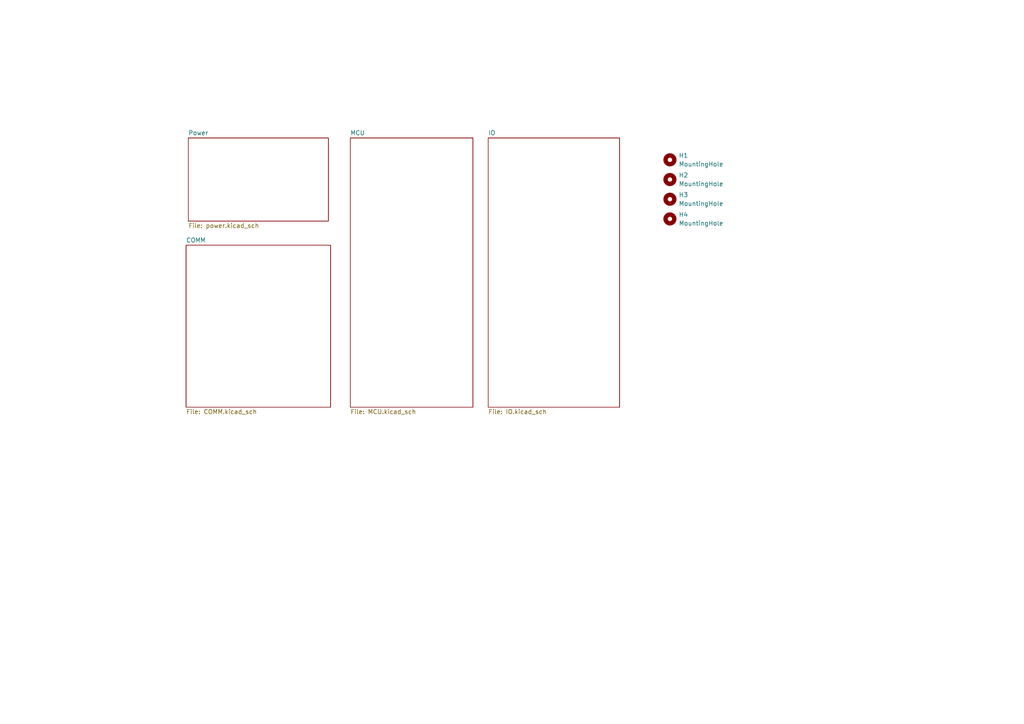
<source format=kicad_sch>
(kicad_sch (version 20211123) (generator eeschema)
  (paper "A4")
  (lib_symbols
    (symbol "Mechanical:MountingHole" (pin_names (offset 1.016))
      (property "Reference" "H" (at 0 5.08 0))
      (property "Value" "MountingHole" (at 0 3.175 0))
      (symbol "MountingHole_0_1"
        (circle (center 0 0) (radius 1.27) (stroke (width 1.27)))
      )
    )
  )
  (symbol (lib_id "Mechanical:MountingHole") (at 194.31 46.355 0) (unit 1)
    (property "Reference" "H1" (at 196.85 45.0849 0) (effects (justify left)))
    (property "Value" "MountingHole" (at 196.85 47.6249 0) (effects (justify left)))
    (property "Footprint" "MountingHole:MountingHole_3.2mm_M3_ISO14580_Pad" (effects hide))
  )
  (symbol (lib_id "Mechanical:MountingHole") (at 194.31 57.785 0) (unit 1)
    (property "Reference" "H3" (at 196.85 56.5149 0) (effects (justify left)))
    (property "Value" "MountingHole" (at 196.85 59.0549 0) (effects (justify left)))
    (property "Footprint" "MountingHole:MountingHole_3.2mm_M3_ISO14580_Pad" (effects hide))
  )
  (symbol (lib_id "Mechanical:MountingHole") (at 194.31 52.07 0) (unit 1)
    (property "Reference" "H2" (at 196.85 50.7999 0) (effects (justify left)))
    (property "Value" "MountingHole" (at 196.85 53.3399 0) (effects (justify left)))
    (property "Footprint" "MountingHole:MountingHole_3.2mm_M3_ISO14580_Pad" (effects hide))
  )
  (symbol (lib_id "Mechanical:MountingHole") (at 194.31 63.5 0) (unit 1)
    (property "Reference" "H4" (at 196.85 62.2299 0) (effects (justify left)))
    (property "Value" "MountingHole" (at 196.85 64.7699 0) (effects (justify left)))
    (property "Footprint" "MountingHole:MountingHole_3.2mm_M3_ISO14580_Pad" (effects hide))
  )
  (sheet (at 141.605 40.005) (size 38.1 78.105) (stroke (width 0.1524))
    (property "Sheet name" "IO" (at 141.605 39.2934 0) (effects (justify left bottom)))
    (property "Sheet file" "IO.kicad_sch" (at 141.605 118.6946 0) (effects (justify left top)))
  )
  (sheet (at 54.61 40.005) (size 40.64 24.13) (stroke (width 0.1524))
    (property "Sheet name" "Power" (at 54.61 39.2934 0) (effects (justify left bottom)))
    (property "Sheet file" "power.kicad_sch" (at 54.61 64.7196 0) (effects (justify left top)))
  )
  (sheet (at 101.6 40.005) (size 35.56 78.105) (stroke (width 0.1524))
    (property "Sheet name" "MCU" (at 101.6 39.2934 0) (effects (justify left bottom)))
    (property "Sheet file" "MCU.kicad_sch" (at 101.6 118.6946 0) (effects (justify left top)))
  )
  (sheet (at 53.975 71.12) (size 41.91 46.99) (stroke (width 0.1524))
    (property "Sheet name" "COMM" (at 53.975 70.4084 0) (effects (justify left bottom)))
    (property "Sheet file" "COMM.kicad_sch" (at 53.975 118.6946 0) (effects (justify left top)))
  )
)
</source>
